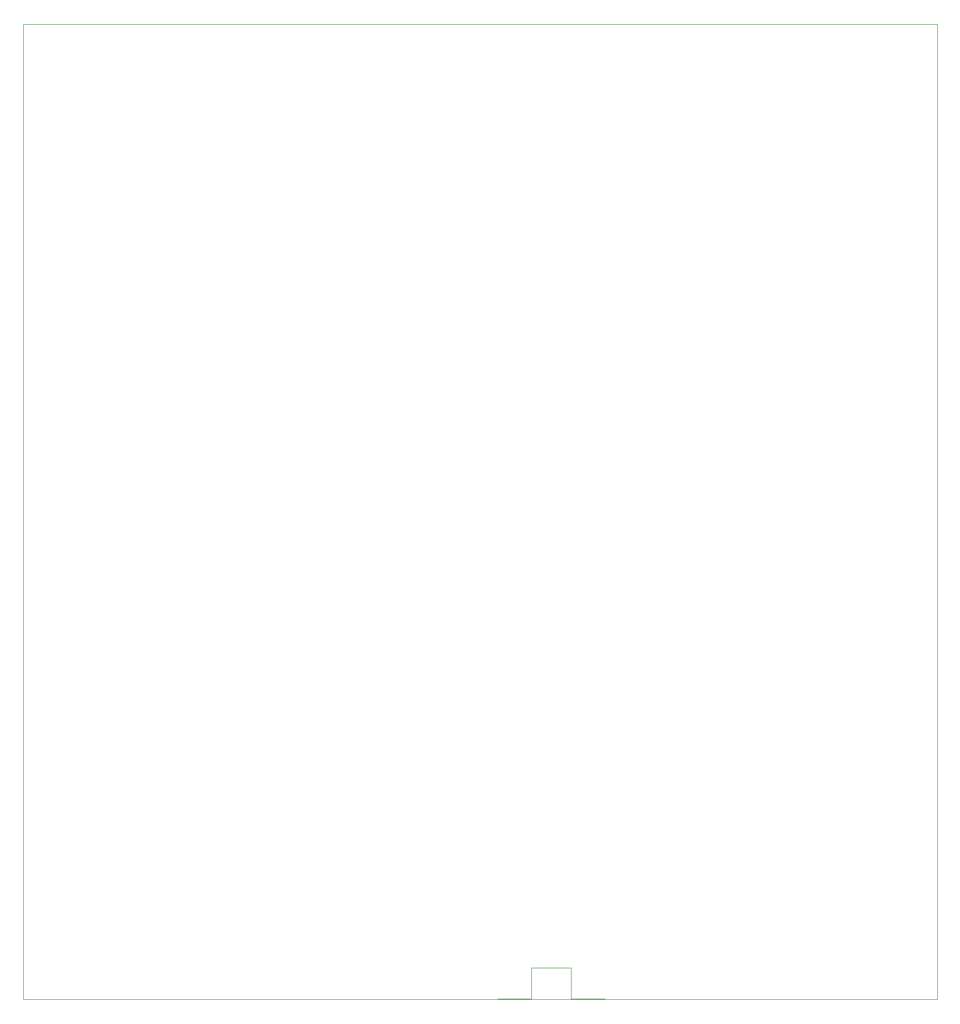
<source format=gbr>
%TF.GenerationSoftware,KiCad,Pcbnew,5.99.0-unknown-4b436fa57~104~ubuntu20.04.1*%
%TF.CreationDate,2020-10-20T16:16:34-05:00*%
%TF.ProjectId,AP2100,41503231-3030-42e6-9b69-6361645f7063,rev?*%
%TF.SameCoordinates,Original*%
%TF.FileFunction,Profile,NP*%
%FSLAX46Y46*%
G04 Gerber Fmt 4.6, Leading zero omitted, Abs format (unit mm)*
G04 Created by KiCad (PCBNEW 5.99.0-unknown-4b436fa57~104~ubuntu20.04.1) date 2020-10-20 16:16:34*
%MOMM*%
%LPD*%
G01*
G04 APERTURE LIST*
%TA.AperFunction,Profile*%
%ADD10C,0.100000*%
%TD*%
G04 APERTURE END LIST*
D10*
X0Y0D02*
X0Y-160000000D01*
X0Y0D02*
X150000000Y0D01*
X150000000Y0D02*
X150000000Y-160000000D01*
X0Y-160000000D02*
X150000000Y-160000000D01*
%TO.C,J7*%
X89964800Y-159899000D02*
X89964800Y-154819000D01*
X83364800Y-154819000D02*
X83364800Y-159899000D01*
X89964800Y-154819000D02*
X83364800Y-154819000D01*
X83364800Y-159899000D02*
X77874800Y-159899000D01*
X95454800Y-159899000D02*
X89964800Y-159899000D01*
%TD*%
M02*

</source>
